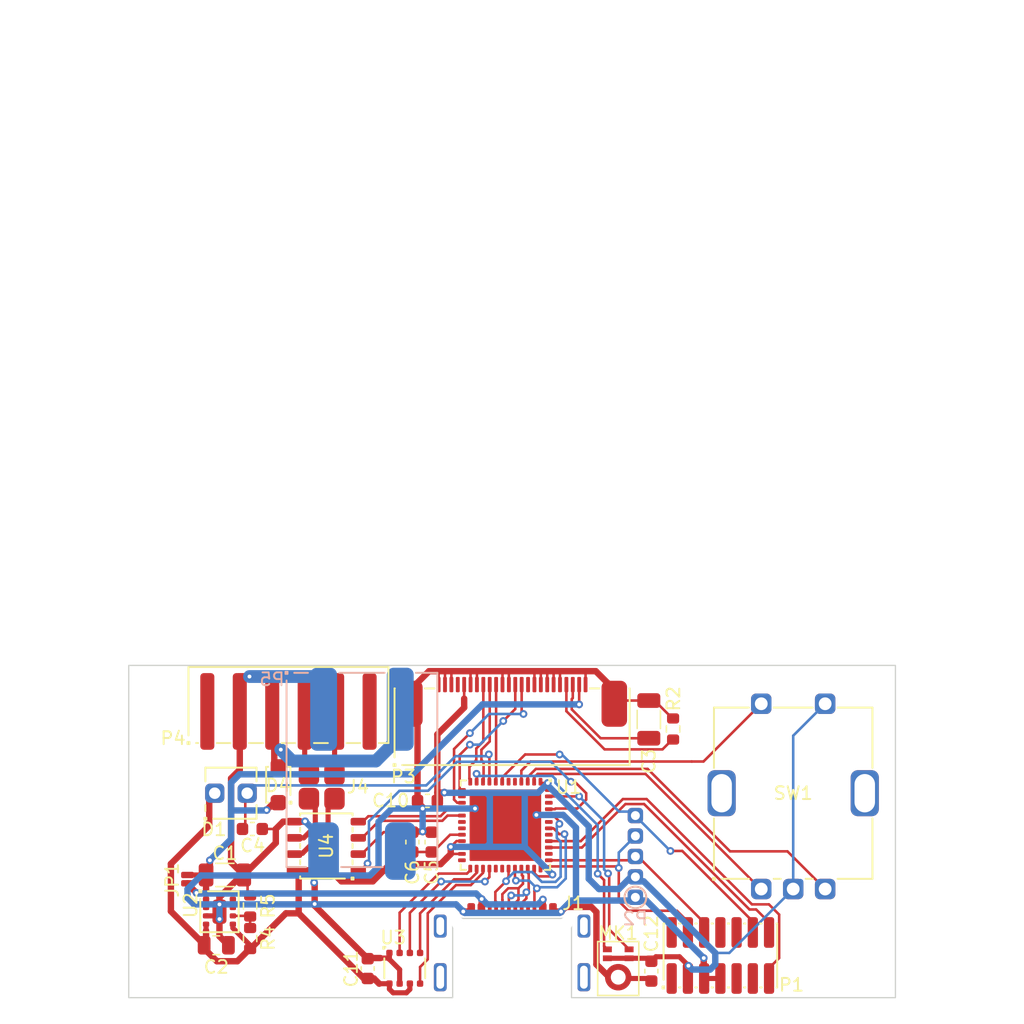
<source format=kicad_pcb>
(kicad_pcb (version 20221018) (generator pcbnew)
  (layers (0 "F.Cu" signal) (31 "B.Cu" signal) (34 "B.Paste" user) (35 "F.Paste" user) (36 "B.SilkS" user "B.Silkscreen") (37 "F.SilkS" user "F.Silkscreen") (38 "B.Mask" user) (39 "F.Mask" user) (44 "Edge.Cuts" user))
  (net 0 "")
  (net 1 "GND")
  (net 2 "+3V3")
  (net 3 "Net-(D4-A)")
  (net 4 "ENC_A")
  (net 5 "ENC_B")
  (net 6 "SW")
  (net 7 "USB_CC1")
  (net 8 "USB_CC2")
  (net 9 "nRST")
  (net 12 "VCP_TX")
  (net 13 "BS")
  (net 15 "RS485_DE")
  (net 16 "Net-(U1-VREF+)")
  (net 17 "DISP_nCS")
  (net 20 "DISP_nRST")
  (net 21 "DISP_D{slash}nC")
  (net 22 "VCP_RX")
  (net 24 "DISP_SCK")
  (net 26 "DISP_MOSI")
  (net 27 "VBUS")
  (net 28 "RS485_RX")
  (net 29 "Net-(J4-Pin_a1)")
  (net 30 "Net-(J4-Pin_a2)")
  (net 31 "Net-(P3-VCOMH)")
  (net 34 "SWDIO")
  (net 35 "Net-(P3-IREF)")
  (net 36 "SWCLK")
  (net 38 "USB_DM")
  (net 39 "USB_DP")
  (net 43 "RS485_TX")
  (net 48 "unconnected-(P1-Pin_2-Pad2)")
  (net 52 "BME_nCS")
  (net 53 "BME_SCK")
  (net 54 "BME_MISO")
  (net 55 "BME_MOSI")
  (net 56 "MIC_DATA")
  (net 57 "MIC_CLOCK")
  (net 60 "RS485_A")
  (net 61 "RS485_B")
  (net 62 "+15V")
  (net 63 "Net-(U2-FB)")
  (footprint "Capacitor_SMD:C_0603_1608Metric" (layer "F.Cu") (at 88.7 135.725 90)
    (fp_text reference "C11")
    (fp_text value "100n")
  )
  (footprint "local:PhotoDiode" (layer "F.Cu") (at 78 122)
    (fp_text reference "D1")
    (fp_text value "D_Photo")
  )
  (footprint "Resistor_SMD:R_0603_1608Metric" (layer "F.Cu") (at 79.5 130.825 90)
    (fp_text reference "R5")
    (fp_text value "10k")
  )
  (footprint "local:SO-8" (layer "F.Cu") (at 85.465 126.13 90)
    (fp_text reference "U4")
    (fp_text value "SP3485CN")
  )
  (footprint "local:BME680" (layer "F.Cu") (at 91.6 135.7 180)
    (fp_text reference "U3")
    (fp_text value "BME680")
  )
  (footprint "Capacitor_SMD:C_0603_1608Metric" (layer "F.Cu") (at 93.7 125.825 90)
    (fp_text reference "C5")
    (fp_text value "100n")
  )
  (footprint "Capacitor_SMD:C_0603_1608Metric" (layer "F.Cu") (at 93.375 122.6 180)
    (fp_text reference "C10")
    (fp_text value "100n")
  )
  (footprint "local:TPS82130" (layer "F.Cu") (at 77.1 131.275 -90)
    (fp_text reference "U2")
    (fp_text value "TPS82130")
  )
  (footprint "Capacitor_SMD:C_0603_1608Metric" (layer "F.Cu") (at 92.2 125.825 90)
    (fp_text reference "C6")
    (fp_text value "1u")
  )
  (footprint "Resistor_SMD:R_0603_1608Metric" (layer "F.Cu") (at 79.5 133.375 90)
    (fp_text reference "R4")
    (fp_text value "33k")
  )
  (footprint "Capacitor_SMD:C_1206_3216Metric" (layer "F.Cu") (at 77.525 128.4)
    (fp_text reference "C1")
    (fp_text value "10u/16V")
  )
  (footprint "local:PMEG6010ELR" (layer "F.Cu") (at 81.7025 121.34 90)
    (fp_text reference "D4")
    (fp_text value "PMEG6010ELR")
  )
  (footprint "local:FTSH-107-01-L-DV-K" (layer "F.Cu") (at 116.3 134.7)
    (fp_text reference "P1")
    (fp_text value "ST-Link")
  )
  (footprint "Capacitor_SMD:C_1206_3216Metric" (layer "F.Cu") (at 110.7 116.225 90)
    (fp_text reference "C3")
    (fp_text value "10u/16V")
  )
  (footprint "local:Connector-Flat-24_P0.5mm" (layer "F.Cu") (at 100 115)
    (fp_text reference "P3")
    (fp_text value "UG-2864ASWPG01")
  )
  (footprint "Capacitor_SMD:C_0805_2012Metric" (layer "F.Cu") (at 76.85 133.9)
    (fp_text reference "C2")
    (fp_text value "22u/6V3")
  )
  (footprint "local:PEC12R-4217F-S0024" (layer "F.Cu") (at 122 122)
    (fp_text reference "SW1")
    (fp_text value "RotaryEncoder_Switch")
  )
  (footprint "local:Harting14110413002000" (layer "F.Cu") (at 82.5 115.6)
    (fp_text reference "P4")
    (fp_text value "har-flexicon 2,54 MSH-4")
  )
  (footprint "local:STM32G431CBU" (layer "F.Cu") (at 99.475 124.5 180)
    (fp_text reference "U1")
    (fp_text value "STM32G431CBUx")
  )
  (footprint "Capacitor_SMD:C_0603_1608Metric" (layer "F.Cu") (at 79.675 124.8)
    (fp_text reference "C4")
    (fp_text value "100n")
  )
  (footprint "Resistor_SMD:R_0603_1608Metric" (layer "F.Cu") (at 112.6 116.975 90)
    (fp_text reference "R2")
    (fp_text value "900k")
  )
  (footprint "local:Jumper" (layer "F.Cu") (at 74.6 128.725 90)
    (fp_text reference "JP1")
    (fp_text value "Jumper_2_Open")
  )
  (footprint "Sensor_Audio:Infineon_PG-LLGA-5-1" (layer "F.Cu") (at 108.307 135.72 -90)
    (fp_text reference "MK1")
    (fp_text value "IM69D120")
  )
  (footprint "Capacitor_SMD:C_0603_1608Metric" (layer "F.Cu") (at 110.9 135.925 -90)
    (fp_text reference "C12")
    (fp_text value "100n")
  )
  (footprint "MountingHole:MountingHole_2.2mm_M2" (layer "F.Cu") (at 72 122)
    (fp_text reference "REF**" hide)
    (fp_text value "MountingHole_2.2mm_M2")
  )
  (footprint "local:Termination" (layer "F.Cu") (at 85.1 121.48)
    (fp_text reference "J4")
    (fp_text value "Term")
  )
  (footprint "local:USB4510-03-1-A" (layer "F.Cu") (at 100 138)
    (fp_text reference "J1")
    (fp_text value "USB_C_Receptacle_USB2.0")
  )
  (footprint "local:WAGO2061-602" (layer "B.Cu") (at 88.25 120.18)
    (fp_text reference "P5")
    (fp_text value "WAGO2061-602")
  )
  (footprint "local:ProgPads" (layer "B.Cu") (at 109.65 126.95 90)
    (fp_text reference "P2")
    (fp_text value "ST-Link")
  )
  (gr_circle (center 109.65 130.16) (end 108.8 130.16) (stroke (width 0.15)) (fill none) (layer "B.SilkS"))
  (gr_circle (center 109.65 130.16) (end 110.5 130.16) (stroke (width 0.15)) (fill none) (layer "F.SilkS"))
  (gr_poly (pts (xy 70 138) (xy 95.35 138) (xy 95.35 132.2) (xy 95.8 131.8) (xy 104.2 131.8) (xy 104.65 132.2) (xy 104.65 138) (xy 130 138) (xy 130 112) (xy 70 112)) (stroke (width 0.1)) (fill none) (layer "Edge.Cuts"))
  (segment (start 92.25 125) (end 92.2 125.05) (width 0.5) (layer "F.Cu") (net 1))
  (segment (start 93 125) (end 92.25 125) (width 0.5) (layer "F.Cu") (net 1))
  (segment (start 101.75 112.45) (end 99.75 112.45) (width 0.5) (layer "F.Cu") (net 1))
  (segment (start 89.7 134.9) (end 88.75 134.9) (width 0.5) (layer "F.Cu") (net 1))
  (segment (start 94.25 112.45) (end 93.5 112.45) (width 0.5) (layer "F.Cu") (net 1))
  (segment (start 102.25 113.5) (end 102.25 112.45) (width 0.2) (layer "F.Cu") (net 1))
  (segment (start 103.84 131.26) (end 104.2 130.9) (width 0.5) (layer "F.Cu") (net 1))
  (segment (start 101.75 113.5) (end 101.75 112.45) (width 0.2) (layer "F.Cu") (net 1))
  (segment (start 89.95 125.05) (end 92.2 125.05) (width 0.2) (layer "F.Cu") (net 1))
  (segment (start 116.1 136.4) (end 116.1 135.4) (width 0.2) (layer "F.Cu") (net 1))
  (segment (start 87.965 126.765) (end 88.235 126.765) (width 0.2) (layer "F.Cu") (net 1))
  (segment (start 95.25 113.5) (end 95.25 112.45) (width 0.2) (layer "F.Cu") (net 1))
  (segment (start 78.69 120.16) (end 78.01 120.84) (width 0.5) (layer "F.Cu") (net 1))
  (segment (start 77.1 130.7) (end 77.1 131.275) (width 0.5) (layer "F.Cu") (net 1))
  (segment (start 93 123.2) (end 93 123.1) (width 0.5) (layer "F.Cu") (net 1))
  (segment (start 99.75 113.5) (end 99.75 112.45) (width 0.2) (layer "F.Cu") (net 1))
  (segment (start 110.7 114.75) (end 111.15 114.75) (width 0.2) (layer "F.Cu") (net 1))
  (segment (start 104.2 130.9) (end 106.2 130.9) (width 0.5) (layer "F.Cu") (net 1))
  (segment (start 109.117 136.4) (end 109.217 136.5) (width 0.4) (layer "F.Cu") (net 1))
  (segment (start 81.51 124.8) (end 82.085 124.225) (width 0.5) (layer "F.Cu") (net 1))
  (segment (start 99.25 113.5) (end 99.25 112.45) (width 0.2) (layer "F.Cu") (net 1))
  (segment (start 78.85 128.4) (end 77.1 130.15) (width 0.5) (layer "F.Cu") (net 1))
  (segment (start 115 136.47) (end 115.03 136.5) (width 0.5) (layer "F.Cu") (net 1))
  (segment (start 106.6 131.3) (end 106.6 135.4) (width 0.5) (layer "F.Cu") (net 1))
  (segment (start 106.2 130.9) (end 106.6 131.3) (width 0.5) (layer "F.Cu") (net 1))
  (segment (start 111.15 114.75) (end 112.55 116.15) (width 0.2) (layer "F.Cu") (net 1))
  (segment (start 77.1 130.15) (end 77.1 130.7) (width 0.5) (layer "F.Cu") (net 1))
  (segment (start 115 134.9) (end 115 136.47) (width 0.5) (layer "F.Cu") (net 1))
  (segment (start 105.75 112.45) (end 103.75 112.45) (width 0.5) (layer "F.Cu") (net 1))
  (segment (start 78.01 127.41) (end 79 128.4) (width 0.5) (layer "F.Cu") (net 1))
  (segment (start 107.45 113.35) (end 106.55 112.45) (width 0.5) (layer "F.Cu") (net 1))
  (segment (start 80.45 124.8) (end 81.51 124.8) (width 0.2) (layer "F.Cu") (net 1))
  (segment (start 110.7 114.75) (end 108.35 114.75) (width 0.2) (layer "F.Cu") (net 1))
  (segment (start 93 123.1) (end 92.6 122.7) (width 0.5) (layer "F.Cu") (net 1))
  (segment (start 93.5 112.45) (end 92.5 113.45) (width 0.5) (layer "F.Cu") (net 1))
  (segment (start 99.75 112.45) (end 99.25 112.45) (width 0.5) (layer "F.Cu") (net 1))
  (segment (start 76.775 131.6) (end 77.1 131.275) (width 0.4) (layer "F.Cu") (net 1))
  (segment (start 79 128.4) (end 79.3 128.7) (width 0.2) (layer "F.Cu") (net 1))
  (segment (start 96.18 131.26) (end 96.64 131.26) (width 0.5) (layer "F.Cu") (net 1))
  (segment (start 77.1 131.275) (end 77.1 131.95) (width 0.5) (layer "F.Cu") (net 1))
  (segment (start 79.45 112.87) (end 78.58 112.87) (width 0.5) (layer "F.Cu") (net 1))
  (segment (start 77.1 131.95) (end 77.1 133.2) (width 0.5) (layer "F.Cu") (net 1))
  (segment (start 77.1 133.2) (end 77.8 133.9) (width 0.5) (layer "F.Cu") (net 1))
  (segment (start 99.25 112.45) (end 97.25 112.45) (width 0.5) (layer "F.Cu") (net 1))
  (segment (start 103.25 112.45) (end 102.75 112.45) (width 0.5) (layer "F.Cu") (net 1))
  (segment (start 102.75 113.5) (end 102.75 112.45) (width 0.2) (layer "F.Cu") (net 1))
  (segment (start 116.3 136.6) (end 116.1 136.4) (width 0.2) (layer "F.Cu") (net 1))
  (segment (start 81.51 125.89) (end 81.51 124.8) (width 0.5) (layer "F.Cu") (net 1))
  (segment (start 94.75 113.5) (end 94.75 112.45) (width 0.2) (layer "F.Cu") (net 1))
  (segment (start 84.55 129.04) (end 84.55 130.67) (width 0.5) (layer "F.Cu") (net 1))
  (segment (start 97.25 112.45) (end 96.75 112.45) (width 0.5) (layer "F.Cu") (net 1))
  (segment (start 79.3 128.7) (end 79.3 129.8) (width 0.2) (layer "F.Cu") (net 1))
  (segment (start 108.35 114.75) (end 108 115.1) (width 0.2) (layer "F.Cu") (net 1))
  (segment (start 82.085 124.225) (end 82.965 124.225) (width 0.5) (layer "F.Cu") (net 1))
  (segment (start 83.775 124.225) (end 83.8 124.2) (width 0.5) (layer "F.Cu") (net 1))
  (segment (start 103.83 131.26) (end 103.36 131.26) (width 0.5) (layer "F.Cu") (net 1))
  (segment (start 93 125) (end 93.65 125) (width 0.5) (layer "F.Cu") (net 1))
  (segment (start 96.75 112.45) (end 95.25 112.45) (width 0.5) (layer "F.Cu") (net 1))
  (segment (start 112.55 116.15) (end 112.6 116.15) (width 0.2) (layer "F.Cu") (net 1))
  (segment (start 93.65 125) (end 93.7 125.05) (width 0.5) (layer "F.Cu") (net 1))
  (segment (start 103.75 112.45) (end 103.25 112.45) (width 0.5) (layer "F.Cu") (net 1))
  (segment (start 88.235 126.765) (end 89.95 125.05) (width 0.2) (layer "F.Cu") (net 1))
  (segment (start 103.25 113.5) (end 103.25 112.45) (width 0.2) (layer "F.Cu") (net 1))
  (segment (start 94.75 112.45) (end 94.25 112.45) (width 0.5) (layer "F.Cu") (net 1))
  (segment (start 81.51 125.89) (end 79 128.4) (width 0.5) (layer "F.Cu") (net 1))
  (segment (start 106.6 135.4) (end 107.4 136.2) (width 0.5) (layer "F.Cu") (net 1))
  (segment (start 90.4 134.5) (end 90.4 135) (width 0.4) (layer "F.Cu") (net 1))
  (segment (start 78.01 120.84) (end 78.01 127.41) (width 0.5) (layer "F.Cu") (net 1))
  (segment (start 84.55 130.8) (end 88.7 134.95) (width 0.5) (layer "F.Cu") (net 1))
  (segment (start 92.6 115.7) (end 92 115.1) (width 0.5) (layer "F.Cu") (net 1))
  (segment (start 94.25 113.5) (end 94.25 112.45) (width 0.2) (layer "F.Cu") (net 1))
  (segment (start 78.69 115.6) (end 78.69 120.16) (width 0.5) (layer "F.Cu") (net 1))
  (segment (start 79.3 129.8) (end 79.5 130) (width 0.2) (layer "F.Cu") (net 1))
  (segment (start 109.217 136.5) (end 110.7 136.5) (width 0.4) (layer "F.Cu") (net 1))
  (segment (start 90.4 135) (end 90.3 134.9) (width 0.4) (layer "F.Cu") (net 1))
  (segment (start 110.7 136.5) (end 110.9 136.7) (width 0.4) (layer "F.Cu") (net 1))
  (segment (start 102.75 112.45) (end 102.25 112.45) (width 0.5) (layer "F.Cu") (net 1))
  (segment (start 76.05 131.6) (end 76.775 131.6) (width 0.4) (layer "F.Cu") (net 1))
  (segment (start 84.51 129) (end 84.55 129.04) (width 0.5) (layer "F.Cu") (net 1))
  (segment (start 95.25 112.45) (end 94.75 112.45) (width 0.5) (layer "F.Cu") (net 1))
  (segment (start 90.4 135) (end 91.2 135.8) (width 0.4) (layer "F.Cu") (net 1))
  (segment (start 84.55 130.67) (end 84.55 130.8) (width 0.5) (layer "F.Cu") (net 1))
  (segment (start 82.965 124.225) (end 83.775 124.225) (width 0.5) (layer "F.Cu") (net 1))
  (segment (start 103.75 113.5) (end 103.75 112.45) (width 0.2) (layer "F.Cu") (net 1))
  (segment (start 102.25 112.45) (end 101.75 112.45) (width 0.5) (layer "F.Cu") (net 1))
  (segment (start 115.03 136.5) (end 116.3 136.5) (width 0.4) (layer "F.Cu") (net 1))
  (segment (start 103.36 131.26) (end 103.2 131.1) (width 0.5) (layer "F.Cu") (net 1))
  (segment (start 96.64 131.26) (end 96.8 131.1) (width 0.5) (layer "F.Cu") (net 1))
  (segment (start 88.75 134.9) (end 88.7 134.95) (width 0.5) (layer "F.Cu") (net 1))
  (segment (start 90.3 134.9) (end 89.7 134.9) (width 0.4) (layer "F.Cu") (net 1))
  (segment (start 92.5 113.45) (end 92.5 114.6) (width 0.5) (layer "F.Cu") (net 1))
  (segment (start 106.55 112.45) (end 105.75 112.45) (width 0.5) (layer "F.Cu") (net 1))
  (segment (start 96.75 113.5) (end 96.75 112.45) (width 0.2) (layer "F.Cu") (net 1))
  (segment (start 92.6 122.7) (end 92.6 115.7) (width 0.5) (layer "F.Cu") (net 1))
  (segment (start 79 128.4) (end 78.85 128.4) (width 0.5) (layer "F.Cu") (net 1))
  (segment (start 107.45 114.6) (end 107.45 113.35) (width 0.5) (layer "F.Cu") (net 1))
  (segment (start 105.75 113.5) (end 105.75 112.45) (width 0.2) (layer "F.Cu") (net 1))
  (segment (start 91.2 135.8) (end 91.2 136.9) (width 0.4) (layer "F.Cu") (net 1))
  (segment (start 103.83 131.26) (end 103.84 131.26) (width 0.5) (layer "F.Cu") (net 1))
  (segment (start 97.25 113.5) (end 97.25 112.45) (width 0.2) (layer "F.Cu") (net 1))
  (via (at 93 125) (size 0.6) (drill 0.3) (layers "F.Cu" "B.Cu") (net 1))
  (via (at 115 134.9) (size 0.6) (drill 0.3) (layers "F.Cu" "B.Cu") (net 1))
  (via (at 79.45 112.87) (size 0.6) (drill 0.3) (layers "F.Cu" "B.Cu") (net 1))
  (via (at 84.55 130.67) (size 0.6) (drill 0.3) (layers "F.Cu" "B.Cu") (net 1))
  (via (at 93 123.2) (size 0.6) (drill 0.3) (layers "F.Cu" "B.Cu") (net 1))
  (via (at 83.8 124.2) (size 0.6) (drill 0.3) (layers "F.Cu" "B.Cu") (net 1))
  (via (at 97.1 123.2) (size 0.6) (drill 0.3) (layers "F.Cu" "B.Cu") (net 1))
  (via (at 101.9 123.7) (size 0.6) (drill 0.3) (layers "F.Cu" "B.Cu") (net 1))
  (via (at 77.1 131.85) (size 0.6) (drill 0.3) (layers "F.Cu" "B.Cu") (net 1))
  (via (at 84.51 129) (size 0.6) (drill 0.3) (layers "F.Cu" "B.Cu") (net 1))
  (via (at 96.18 131.26) (size 0.6) (drill 0.3) (layers "F.Cu" "B.Cu") (net 1))
  (via (at 103.83 131.26) (size 0.6) (drill 0.3) (layers "F.Cu" "B.Cu") (net 1))
  (via (at 77.1 130.7) (size 0.6) (drill 0.3) (layers "F.Cu" "B.Cu") (net 1))
  (segment (start 83.8 124.2) (end 84.51 124.91) (width 0.5) (layer "B.Cu") (net 1))
  (segment (start 105 130.4) (end 105 124.7) (width 0.5) (layer "B.Cu") (net 1))
  (segment (start 79.45 112.87) (end 85.37 112.87) (width 1) (layer "B.Cu") (net 1))
  (segment (start 95.62 130.7) (end 96.18 131.26) (width 0.5) (layer "B.Cu") (net 1))
  (segment (start 104.65 130.4) (end 105 130.4) (width 0.5) (layer "B.Cu") (net 1))
  (segment (start 75.1 130.7) (end 77.1 130.7) (width 0.5) (layer "B.Cu") (net 1))
  (segment (start 77.1 130.7) (end 77.1 131.85) (width 0.5) (layer "B.Cu") (net 1))
  (segment (start 93 123.2) (end 93 125) (width 0.5) (layer "B.Cu") (net 1))
  (segment (start 93 123.2) (end 90.59 123.2) (width 0.5) (layer "B.Cu") (net 1))
  (segment (start 115 134.9) (end 110.5 130.4) (width 0.5) (layer "B.Cu") (net 1))
  (segment (start 74.6 129.5) (end 74.6 130.2) (width 0.5) (layer "B.Cu") (net 1))
  (segment (start 90.59 123.2) (end 89.55 124.24) (width 0.5) (layer "B.Cu") (net 1))
  (segment (start 109.9 130.4) (end 109.65 130.15) (width 0.5) (layer "B.Cu") (net 1))
  (segment (start 103.72 131.37) (end 96.29 131.37) (width 0.5) (layer "B.Cu") (net 1))
  (segment (start 74.6 130.2) (end 75.1 130.7) (width 0.5) (layer "B.Cu") (net 1))
  (segment (start 105 130.4) (end 109.3 130.4) (width 0.5) (layer "B.Cu") (net 1))
  (segment (start 97.1 123.2) (end 93 123.2) (width 0.5) (layer "B.Cu") (net 1))
  (segment (start 105 124.7) (end 104 123.7) (width 0.5) (layer "B.Cu") (net 1))
  (segment (start 75.66 128.44) (end 74.6 129.5) (width 0.5) (layer "B.Cu") (net 1))
  (segment (start 89.55 127.75) (end 88.86 128.44) (width 0.5) (layer "B.Cu") (net 1))
  (segment (start 77.1 130.7) (end 95.62 130.7) (width 0.5) (layer "B.Cu") (net 1))
  (segment (start 110.5 130.4) (end 109.9 130.4) (width 0.5) (layer "B.Cu") (net 1))
  (segment (start 84.51 124.91) (end 84.51 129) (width 0.5) (layer "B.Cu") (net 1))
  (segment (start 89.55 124.24) (end 89.55 127.75) (width 0.5) (layer "B.Cu") (net 1))
  (segment (start 96.29 131.37) (end 96.18 131.26) (width 0.5) (layer "B.Cu") (net 1))
  (segment (start 104 123.7) (end 101.9 123.7) (width 0.5) (layer "B.Cu") (net 1))
  (segment (start 103.83 131.22) (end 104.65 130.4) (width 0.5) (layer "B.Cu") (net 1))
  (segment (start 88.86 128.44) (end 75.66 128.44) (width 0.5) (layer "B.Cu") (net 1))
  (segment (start 103.83 131.26) (end 103.72 131.37) (width 0.5) (layer "B.Cu") (net 1))
  (segment (start 103.83 131.26) (end 103.83 131.22) (width 0.5) (layer "B.Cu") (net 1))
  (segment (start 113.76 135.46) (end 113.76 136.5) (width 0.4) (layer "F.Cu") (net 2))
  (segment (start 102 128.51) (end 101.75 128.26) (width 0.2) (layer "F.Cu") (net 2))
  (segment (start 79.5 133.9) (end 79.5 134.2) (width 0.4) (layer "F.Cu") (net 2))
  (segment (start 78.15 132.25) (end 78.15 132.55) (width 0.4) (layer "F.Cu") (net 2))
  (segment (start 107.457 134.92) (end 109.157 134.92) (width 0.4) (layer "F.Cu") (net 2))
  (segment (start 76.05 132.75) (end 76.05 133.75) (width 0.5) (layer "F.Cu") (net 2))
  (segment (start 75.9 133.9) (end 75.9 134.15) (width 0.4) (layer "F.Cu") (net 2))
  (segment (start 73.3 127.53) (end 76.3 124.53) (width 0.5) (layer "F.Cu") (net 2))
  (segment (start 78.15 132.55) (end 79.5 133.9) (width 0.4) (layer "F.Cu") (net 2))
  (segment (start 76.3 122.43) (end 76.73 122) (width 0.5) (layer "F.Cu") (net 2))
  (segment (start 89.19 136.5) (end 89.6 136.91) (width 0.5) (layer "F.Cu") (net 2))
  (segment (start 95.2 126.2) (end 95.65 125.75) (width 0.2) (layer "F.Cu") (net 2))
  (segment (start 79.45 134.2) (end 79.5 134.2) (width 0.4) (layer "F.Cu") (net 2))
  (segment (start 110.9 135.15) (end 111.25 134.8) (width 0.4) (layer "F.Cu") (net 2))
  (segment (start 76.9 135.15) (end 78.5 135.15) (width 0.5) (layer "F.Cu") (net 2))
  (segment (start 83.665 128.035) (end 85.785 128.035) (width 0.5) (layer "F.Cu") (net 2))
  (segment (start 96.25 114.6) (end 96.25 115.3) (width 0.5) (layer "F.Cu") (net 2))
  (segment (start 95.21 126.75) (end 96.1 126.75) (width 0.2) (layer "F.Cu") (net 2))
  (segment (start 82.965 128.035) (end 83.665 128.035) (width 0.5) (layer "F.Cu") (net 2))
  (segment (start 90.4 137.33) (end 90.4 136.9) (width 0.4) (layer "F.Cu") (net 2))
  (segment (start 79.5 134.2) (end 82.3 131.4) (width 0.5) (layer "F.Cu") (net 2))
  (segment (start 102.8 121.7) (end 102.85 121.75) (width 0.2) (layer "F.Cu") (net 2))
  (segment (start 102.85 121.71) (end 102.85 121.75) (width 0.2) (layer "F.Cu") (net 2))
  (segment (start 90.69 137.62) (end 90.4 137.33) (width 0.4) (layer "F.Cu") (net 2))
  (segment (start 113.1 134.8) (end 113.76 135.46) (width 0.4) (layer "F.Cu") (net 2))
  (segment (start 102.8 121.2) (end 102.3 121.2) (width 0.2) (layer "F.Cu") (net 2))
  (segment (start 102.8 121.2) (end 102.8 121.7) (width 0.2) (layer "F.Cu") (net 2))
  (segment (start 103.16 128.37) (end 103.02 128.51) (width 0.2) (layer "F.Cu") (net 2))
  (segment (start 75.9 134.15) (end 76.9 135.15) (width 0.5) (layer "F.Cu") (net 2))
  (segment (start 89.1 128.9) (end 90.45 127.55) (width 0.5) (layer "F.Cu") (net 2))
  (segment (start 94.15 121.95) (end 94.15 122.7) (width 0.5) (layer "F.Cu") (net 2))
  (segment (start 85.785 128.035) (end 86.65 128.9) (width 0.5) (layer "F.Cu") (net 2))
  (segment (start 94.88 127.08) (end 95.21 126.75) (width 0.2) (layer "F.Cu") (net 2))
  (segment (start 82.3 131.4) (end 83.3 131.4) (width 0.5) (layer "F.Cu") (net 2))
  (segment (start 83.3 131.4) (end 88.4 136.5) (width 0.5) (layer "F.Cu") (net 2))
  (segment (start 94.7 121.95) (end 94.15 121.95) (width 0.5) (layer "F.Cu") (net 2))
  (segment (start 76 133.51) (end 75.57 133.51) (width 0.5) (layer "F.Cu") (net 2))
  (segment (start 111.25 134.8) (end 113.1 134.8) (width 0.4) (layer "F.Cu") (net 2))
  (segment (start 94.15 117.4) (end 94.15 121.95) (width 0.5) (layer "F.Cu") (net 2))
  (segment (start 94.41 127.55) (end 90.45 127.55) (width 0.5) (layer "F.Cu") (net 2))
  (segment (start 92 137.35) (end 91.73 137.62) (width 0.4) (layer "F.Cu") (net 2))
  (segment (start 94.88 127.08) (end 94.41 127.55) (width 0.5) (layer "F.Cu") (net 2))
  (segment (start 111.1 135.1) (end 110.92 134.92) (width 0.4) (layer "F.Cu") (net 2))
  (segment (start 103.02 128.51) (end 102 128.51) (width 0.2) (layer "F.Cu") (net 2))
  (segment (start 88.4 136.5) (end 89.19 136.5) (width 0.5) (layer "F.Cu") (net 2))
  (segment (start 76.3 124.53) (end 76.3 122.43) (width 0.5) (layer "F.Cu") (net 2))
  (segment (start 78.5 135.15) (end 79.45 134.2) (width 0.5) (layer "F.Cu") (net 2))
  (segment (start 96.25 113.5) (end 96.25 114.6) (width 0.2) (layer "F.Cu") (net 2))
  (segment (start 90.39 136.91) (end 90.4 136.9) (width 0.4) (layer "F.Cu") (net 2))
  (segment (start 102.3 121.2) (end 102.225 121.125) (width 0.2) (layer "F.Cu") (net 2))
  (segment (start 91.73 137.62) (end 90.69 137.62) (width 0.4) (layer "F.Cu") (net 2))
  (segment (start 89.6 136.91) (end 90.39 136.91) (width 0.4) (layer "F.Cu") (net 2))
  (segment (start 110.92 134.92) (end 109.157 134.92) (width 0.4) (layer "F.Cu") (net 2))
  (segment (start 75.57 133.51) (end 73.3 131.24) (width 0.5) (layer "F.Cu") (net 2))
  (segment (start 101.75 128.26) (end 101.75 128.01) (width 0.2) (layer "F.Cu") (net 2))
  (segment (start 76.05 133.75) (end 75.9 133.9) (width 0.5) (layer "F.Cu") (net 2))
  (segment (start 86.65 128.9) (end 89.1 128.9) (width 0.5) (layer "F.Cu") (net 2))
  (segment (start 92 136.9) (end 92 137.35) (width 0.4) (layer "F.Cu") (net 2))
  (segment (start 94.88 127.08) (end 95.2 126.76) (width 0.5) (layer "F.Cu") (net 2))
  (segment (start 95.65 125.75) (end 96.1 125.75) (width 0.2) (layer "F.Cu") (net 2))
  (segment (start 83.3 128.37) (end 83.3 131.4) (width 0.5) (layer "F.Cu") (net 2))
  (segment (start 76.05 132.25) (end 76.05 132.75) (width 0.4) (layer "F.Cu") (net 2))
  (segment (start 95.2 126.76) (end 95.2 126.2) (width 0.5) (layer "F.Cu") (net 2))
  (segment (start 73.3 131.24) (end 73.3 127.53) (width 0.5) (layer "F.Cu") (net 2))
  (segment (start 96.25 115.3) (end 94.15 117.4) (width 0.5) (layer "F.Cu") (net 2))
  (via (at 113.8 135.5) (size 0.6) (drill 0.3) (layers "F.Cu" "B.Cu") (net 2))
  (via (at 94.7 121.95) (size 0.6) (drill 0.3) (layers "F.Cu" "B.Cu") (net 2))
  (via (at 102.8 121.2) (size 0.6) (drill 0.3) (layers "F.Cu" "B.Cu") (net 2))
  (via (at 103.16 128.37) (size 0.6) (drill 0.3) (layers "F.Cu" "B.Cu") (net 2))
  (via (at 95.2 126.2) (size 0.6) (drill 0.3) (layers "F.Cu" "B.Cu") (net 2))
  (segment (start 94.72 121.97) (end 94.7 121.95) (width 0.5) (layer "B.Cu") (net 2))
  (segment (start 110 128.9) (end 109.65 128.55) (width 0.5) (layer "B.Cu") (net 2))
  (segment (start 106 128.7) (end 106 124.6) (width 0.5) (layer "B.Cu") (net 2))
  (segment (start 122 117.5) (end 124.5 115) (width 0.2) (layer "B.Cu") (net 2))
  (segment (start 113.8 135.5) (end 114.1 135.8) (width 0.5) (layer "B.Cu") (net 2))
  (segment (start 100.99 126.2) (end 100.99 121.98) (width 0.5) (layer "B.Cu") (net 2))
  (segment (start 115.9 135.4) (end 115.9 134.5) (width 0.5) (layer "B.Cu") (net 2))
  (segment (start 115.5 135.8) (end 115.9 135.4) (width 0.5) (layer "B.Cu") (net 2))
  (segment (start 109.65 128.2) (end 108.35 129.5) (width 0.5) (layer "B.Cu") (net 2))
  (segment (start 102.8 121.2) (end 102.03 121.97) (width 0.5) (layer "B.Cu") (net 2))
  (segment (start 98 121.97) (end 98.26 122.23) (width 0.5) (layer "B.Cu") (net 2))
  (segment (start 98.26 122.23) (end 98.26 125.94) (width 0.5) (layer "B.Cu") (net 2))
  (segment (start 95.2 126.2) (end 98 126.2) (width 0.5) (layer "B.Cu") (net 2))
  (segment (start 114.1 135.8) (end 115.5 135.8) (width 0.5) (layer "B.Cu") (net 2))
  (segment (start 108.35 129.5) (end 106.8 129.5) (width 0.5) (layer "B.Cu") (net 2))
  (segment (start 98.26 125.94) (end 98 126.2) (width 0.5) (layer "B.Cu") (net 2))
  (segment (start 101 121.97) (end 98 121.97) (width 0.5) (layer "B.Cu") (net 2))
  (segment (start 98 121.97) (end 94.72 121.97) (width 0.5) (layer "B.Cu") (net 2))
  (segment (start 100.99 126.2) (end 103.16 128.37) (width 0.5) (layer "B.Cu") (net 2))
  (segment (start 122 129.5) (end 122.55 128.95) (width 0.5) (layer "B.Cu") (net 2))
  (segment (start 102.8 121.4) (end 102.8 121.2) (width 0.5) (layer "B.Cu") (net 2))
  (segment (start 117 134.5) (end 115.9 134.5) (width 0.2) (layer "B.Cu") (net 2))
  (segment (start 106.8 129.5) (end 106 128.7) (width 0.5) (layer "B.Cu") (net 2))
  (segment (start 106 124.6) (end 102.8 121.4) (width 0.5) (layer "B.Cu") (net 2))
  (segment (start 110.3 128.9) (end 110 128.9) (width 0.5) (layer "B.Cu") (net 2))
  (segment (start 115.9 134.5) (end 110.3 128.9) (width 0.5) (layer "B.Cu") (net 2))
  (segment (start 122 129.5) (end 122 117.5) (width 0.2) (layer "B.Cu") (net 2))
  (segment (start 100.99 121.98) (end 101 121.97) (width 0.5) (layer "B.Cu") (net 2))
  (segment (start 122 129.5) (end 117 134.5) (width 0.2) (layer "B.Cu") (net 2))
  (segment (start 102.03 121.97) (end 101 121.97) (width 0.5) (layer "B.Cu") (net 2))
  (segment (start 98 126.2) (end 100.99 126.2) (width 0.5) (layer "B.Cu") (net 2))
  (segment (start 81.7025 119.94) (end 81.39 119.6275) (width 0.5) (layer "F.Cu") (net 3))
  (segment (start 81.71 118.4) (end 81.39 118.4) (width 0.5) (layer "F.Cu") (net 3))
  (segment (start 81.9 118.59) (end 81.71 118.4) (width 0.5) (layer "F.Cu") (net 3))
  (segment (start 81.39 119.6275) (end 81.39 115.63) (width 0.5) (layer "F.Cu") (net 3))
  (via (at 81.9 118.59) (size 0.6) (drill 0.3) (layers "F.Cu" "B.Cu") (net 3))
  (segment (start 81.9 118.59) (end 82.79 119.48) (width 1) (layer "B.Cu") (net 3))
  (segment (start 89.34 119.48) (end 91.26 117.56) (width 1) (layer "B.Cu") (net 3))
  (segment (start 91.26 117.56) (end 91.26 115.39) (width 0.5) (layer "B.Cu") (net 3))
  (segment (start 82.79 119.48) (end 89.34 119.48) (width 1) (layer "B.Cu") (net 3))
  (segment (start 119.45 129.5) (end 110.44 120.49) (width 0.2) (layer "F.Cu") (net 4))
  (segment (start 102 120.49) (end 101.725 120.765) (width 0.2) (layer "F.Cu") (net 4))
  (segment (start 119.5 129.5) (end 119.45 129.5) (width 0.2) (layer "F.Cu") (net 4))
  (segment (start 110.44 120.49) (end 102 120.49) (width 0.2) (layer "F.Cu") (net 4))
  (segment (start 101.725 120.765) (end 101.725 121.125) (width 0.2) (layer "F.Cu") (net 4))
  (segment (start 110.61 120.1) (end 101.86 120.1) (width 0.2) (layer "F.Cu") (net 5))
  (segment (start 121.55 126.55) (end 117.06 126.55) (width 0.2) (layer "F.Cu") (net 5))
  (segment (start 124.5 129.5) (end 121.55 126.55) (width 0.2) (layer "F.Cu") (net 5))
  (segment (start 101.86 120.1) (end 101.225 120.735) (width 0.2) (layer "F.Cu") (net 5))
  (segment (start 101.225 120.735) (end 101.225 121.125) (width 0.2) (layer "F.Cu") (net 5))
  (segment (start 117.06 126.55) (end 110.61 120.1) (width 0.2) (layer "F.Cu") (net 5))
  (segment (start 100.86 120.1) (end 101.44 119.52) (width 0.2) (layer "F.Cu") (net 6))
  (segment (start 101.44 119.52) (end 114.06 119.52) (width 0.2) (layer "F.Cu") (net 6))
  (segment (start 100.725 121.125) (end 100.725 120.235) (width 0.2) (layer "F.Cu") (net 6))
  (segment (start 114.98 119.52) (end 119.5 115) (width 0.2) (layer "F.Cu") (net 6))
  (segment (start 114.06 119.52) (end 114.98 119.52) (width 0.2) (layer "F.Cu") (net 6))
  (segment (start 100.725 120.235) (end 100.86 120.1) (width 0.2) (layer "F.Cu") (net 6))
  (segment (start 103.24 123.75) (end 102.85 123.75) (width 0.2) (layer "F.Cu") (net 7))
  (segment (start 99.53 128.89) (end 98.69 129.73) (width 0.2) (layer "F.Cu") (net 7))
  (segment (start 98.69 130.44) (end 98.75 130.5) (width 0.2) (layer "F.Cu") (net 7))
  (segment (start 98.69 129.73) (end 98.69 130.44) (width 0.2) (layer "F.Cu") (net 7))
  (segment (start 99.53 128.75) (end 99.725 128.555) (width 0.2) (layer "F.Cu") (net 7))
  (segment (start 103.7 124.4) (end 103.7 124.21) (width 0.2) (layer "F.Cu") (net 7))
  (segment (start 99.725 128.555) (end 99.725 127.875) (width 0.2) (layer "F.Cu") (net 7))
  (segment (start 99.53 128.89) (end 99.53 128.75) (width 0.2) (layer "F.Cu") (net 7))
  (segment (start 98.75 130.5) (end 98.75 131.1) (width 0.2) (layer "F.Cu") (net 7))
  (segment (start 103.7 124.21) (end 103.24 123.75) (width 0.2) (layer "F.Cu") (net 7))
  (via (at 103.7 124.4) (size 0.6) (drill 0.3) (layers "F.Cu" "B.Cu") (net 7))
  (via (at 99.53 128.89) (size 0.6) (drill 0.3) (layers "F.Cu" "B.Cu") (net 7))
  (segment (start 99.53 128.89) (end 99.53 128.8) (width 0.2) (layer "B.Cu") (net 7))
  (segment (start 103.8 128.54) (end 103.8 125.8) (width 0.2) (layer "B.Cu") (net 7))
  (segment (start 103.4 128.94) (end 103.8 128.54) (width 0.2) (layer "B.Cu") (net 7))
  (segment (start 103.5 125.5) (end 103.5 124.6) (width 0.2) (layer "B.Cu") (net 7))
  (segment (start 103.8 125.8) (end 103.5 125.5) (width 0.2) (layer "B.Cu") (net 7))
  (segment (start 99.53 128.8) (end 100.16 128.17) (width 0.2) (layer "B.Cu") (net 7))
  (segment (start 102.33 128.94) (end 103.4 128.94) (width 0.2) (layer "B.Cu") (net 7))
  (segment (start 103.5 124.6) (end 103.7 124.4) (width 0.2) (layer "B.Cu") (net 7))
  (segment (start 101.56 128.17) (end 102.33 128.94) (width 0.2) (layer "B.Cu") (net 7))
  (segment (start 100.16 128.17) (end 101.56 128.17) (width 0.2) (layer "B.Cu") (net 7))
  (segment (start 101.75 129.64) (end 101.75 131.1) (width 0.2) (layer "F.Cu") (net 8))
  (segment (start 101.94 129.45) (end 101.75 129.64) (width 0.2) (layer "F.Cu") (net 8))
  (segment (start 100.225 128.765) (end 100.225 127.875) (width 0.2) (layer "F.Cu") (net 8))
  (segment (start 103.24 124.75) (end 102.85 124.75) (width 0.2) (layer "F.Cu") (net 8))
  (segment (start 104.1 125.2) (end 103.69 125.2) (width 0.2) (layer "F.Cu") (net 8))
  (segment (start 103.69 125.2) (end 103.24 124.75) (width 0.2) (layer "F.Cu") (net 8))
  (segment (start 100.3 128.84) (end 100.225 128.765) (width 0.2) (layer "F.Cu") (net 8))
  (via (at 100.3 128.84) (size 0.6) (drill 0.3) (layers "F.Cu" "B.Cu") (net 8))
  (via (at 104.1 125.2) (size 0.6) (drill 0.3) (layers "F.Cu" "B.Cu") (net 8))
  (via (at 101.94 129.45) (size 0.6) (drill 0.3) (layers "F.Cu" "B.Cu") (net 8))
  (segment (start 100.3 128.84) (end 101.33 128.84) (width 0.2) (layer "B.Cu") (net 8))
  (segment (start 101.33 128.84) (end 101.94 129.45) (width 0.2) (layer "B.Cu") (net 8))
  (segment (start 104.2 128.68) (end 103.52 129.36) (width 0.2) (layer "B.Cu") (net 8))
  (segment (start 104.1 125.2) (end 104.2 125.3) (width 0.2) (layer "B.Cu") (net 8))
  (segment (start 102.03 129.36) (end 101.94 129.45) (width 0.2) (layer "B.Cu") (net 8))
  (segment (start 103.52 129.36) (end 102.03 129.36) (width 0.2) (layer "B.Cu") (net 8))
  (segment (start 104.2 125.3) (end 104.2 128.68) (width 0.2) (layer "B.Cu") (net 8))
  (segment (start 112.39 126.52) (end 113.32 126.52) (width 0.2) (layer "F.Cu") (net 9))
  (segment (start 103.72 118.97) (end 101.02 118.97) (width 0.2) (layer "F.Cu") (net 9))
  (segment (start 113.32 126.52) (end 118.84 132.04) (width 0.2) (layer "F.Cu") (net 9))
  (segment (start 118.84 132.04) (end 118.84 132.9) (width 0.2) (layer "F.Cu") (net 9))
  (segment (start 101.02 118.97) (end 99.25 120.74) (width 0.2) (layer "F.Cu") (net 9))
  (segment (start 99.25 120.74) (end 99.25 121.26) (width 0.2) (layer "F.Cu") (net 9))
  (via (at 103.72 118.97) (size 0.6) (drill 0.3) (layers "F.Cu" "B.Cu") (net 9))
  (via (at 112.39 126.52) (size 0.6) (drill 0.3) (layers "F.Cu" "B.Cu") (net 9))
  (segment (start 112.39 126.52) (end 110.01 124.14) (width 0.2) (layer "B.Cu") (net 9))
  (segment (start 109.24 123.44) (end 108.37 123.44) (width 0.2) (layer "B.Cu") (net 9))
  (segment (start 109.94 124.14) (end 109.24 123.44) (width 0.2) (layer "B.Cu") (net 9))
  (segment (start 108.37 123.44) (end 103.9 118.97) (width 0.2) (layer "B.Cu") (net 9))
  (segment (start 110.01 124.14) (end 109.94 124.14) (width 0.2) (layer "B.Cu") (net 9))
  (segment (start 103.9 118.97) (end 103.72 118.97) (width 0.2) (layer "B.Cu") (net 9))
  (segment (start 120.11 132.11) (end 120.11 132.9) (width 0.2) (layer "F.Cu") (net 12))
  (segment (start 119.1 131.1) (end 120.11 132.11) (width 0.2) (layer "F.Cu") (net 12))
  (segment (start 108.87 122.85) (end 110.33 122.85) (width 0.2) (layer "F.Cu") (net 12))
  (segment (start 118.58 131.1) (end 119.1 131.1) (width 0.2) (layer "F.Cu") (net 12))
  (segment (start 110.33 122.85) (end 118.58 131.1) (width 0.2) (layer "F.Cu") (net 12))
  (segment (start 105.47 126.25) (end 108.87 122.85) (width 0.2) (layer "F.Cu") (net 12))
  (segment (start 102.85 126.25) (end 105.47 126.25) (width 0.2) (layer "F.Cu") (net 12))
  (segment (start 78.9 124.8) (end 79.12 124.58) (width 0.2) (layer "F.Cu") (net 13))
  (segment (start 79.12 122.15) (end 79.27 122) (width 0.2) (layer "F.Cu") (net 13))
  (segment (start 98.18 118.96) (end 98.225 119.005) (width 0.2) (layer "F.Cu") (net 13))
  (segment (start 98.225 119.005) (end 98.225 121.125) (width 0.2) (layer "F.Cu") (net 13))
  (segment (start 79.12 124.58) (end 79.12 122.15) (width 0.2) (layer "F.Cu") (net 13))
  (via (at 98.18 118.96) (size 0.6) (drill 0.3) (layers "F.Cu" "B.Cu") (net 13))
  (segment (start 98.18 118.96) (end 98.04 119.1) (width 0.2) (layer "B.Cu") (net 13))
  (segment (start 93.28 121.39) (end 79.88 121.39) (width 0.2) (layer "B.Cu") (net 13))
  (segment (start 79.88 121.39) (end 79.27 122) (width 0.2) (layer "B.Cu") (net 13))
  (segment (start 95.57 119.1) (end 93.28 121.39) (width 0.2) (layer "B.Cu") (net 13))
  (segment (start 98.04 119.1) (end 95.57 119.1) (width 0.2) (layer "B.Cu") (net 13))
  (segment (start 94.54 124.16) (end 89.6 124.16) (width 0.2) (layer "F.Cu") (net 15))
  (segment (start 96.1 123.75) (end 94.95 123.75) (width 0.2) (layer "F.Cu") (net 15))
  (segment (start 94.95 123.75) (end 94.54 124.16) (width 0.2) (layer "F.Cu") (net 15))
  (segment (start 89.6 124.16) (end 88.265 125.495) (width 0.2) (layer "F.Cu") (net 15))
  (segment (start 88.265 125.495) (end 87.965 125.495) (width 0.2) (layer "F.Cu") (net 15))
  (segment (start 93.7 126.6) (end 93.8 126.6) (width 0.2) (layer "F.Cu") (net 16))
  (segment (start 95.15 125.25) (end 96.1 125.25) (width 0.2) (layer "F.Cu") (net 16))
  (segment (start 93.8 126.6) (end 95.15 125.25) (width 0.2) (layer "F.Cu") (net 16))
  (segment (start 92.2 126.6) (end 93.7 126.6) (width 0.2) (layer "F.Cu") (net 16))
  (segment (start 97.2 118.5) (end 97.75 117.95) (width 0.2) (layer "F.Cu") (net 17))
  (segment (start 96.725 121.125) (end 96.725 120.925) (width 0.2) (layer "F.Cu") (net 17))
  (segment (start 96.725 120.925) (end 96.66 120.86) (width 0.2) (layer "F.Cu") (net 17))
  (segment (start 97.2 119.4) (end 97.2 118.5) (width 0.2) (layer "F.Cu") (net 17))
  (segment (start 96.66 120.86) (end 96.66 119.94) (width 0.2) (layer "F.Cu") (net 17))
  (segment (start 96.66 119.94) (end 97.2 119.4) (width 0.2) (layer "F.Cu") (net 17))
  (segment (start 97.75 117.95) (end 97.75 113.5) (width 0.2) (layer "F.Cu") (net 17))
  (segment (start 97.6 119.4) (end 97.6 118.6) (width 0.2) (layer "F.Cu") (net 20))
  (segment (start 97.6 118.6) (end 98.25 117.95) (width 0.2) (layer "F.Cu") (net 20))
  (segment (start 97.77 119.57) (end 97.6 119.4) (width 0.2) (layer "F.Cu") (net 20))
  (segment (start 97.77 121.08) (end 97.77 119.57) (width 0.2) (layer "F.Cu") (net 20))
  (segment (start 97.725 121.125) (end 97.77 121.08) (width 0.2) (layer "F.Cu") (net 20))
  (segment (start 98.25 117.95) (end 98.25 113.5) (width 0.2) (layer "F.Cu") (net 20))
  (segment (start 98.75 113.5) (end 98.75 121.26) (width 0.2) (layer "F.Cu") (net 21))
  (segment (start 120.9 131.5) (end 120.9 134.9) (width 0.2) (layer "F.Cu") (net 22))
  (segment (start 120.9 134.9) (end 120.11 135.69) (width 0.2) (layer "F.Cu") (net 22))
  (segment (start 108.67 122.46) (end 110.53 122.46) (width 0.2) (layer "F.Cu") (net 22))
  (segment (start 110.53 122.46) (end 118.77 130.7) (width 0.2) (layer "F.Cu") (net 22))
  (segment (start 118.77 130.7) (end 120.1 130.7) (width 0.2) (layer "F.Cu") (net 22))
  (segment (start 120.1 130.7) (end 120.9 131.5) (width 0.2) (layer "F.Cu") (net 22))
  (segment (start 102.85 125.75) (end 105.38 125.75) (width 0.2) (layer "F.Cu") (net 22))
  (segment (start 105.38 125.75) (end 108.67 122.46) (width 0.2) (layer "F.Cu") (net 22))
  (segment (start 120.11 135.69) (end 120.11 136.5) (width 0.2) (layer "F.Cu") (net 22))
  (segment (start 100.25 115.41) (end 100.25 113.5) (width 0.2) (layer "F.Cu") (net 24))
  (segment (start 95.9 121.7) (end 95.95 121.75) (width 0.2) (layer "F.Cu") (net 24))
  (segment (start 96.7 118.2) (end 95.9 119) (width 0.2) (layer "F.Cu") (net 24))
  (segment (start 95.9 119) (end 95.9 121.7) (width 0.2) (layer "F.Cu") (net 24))
  (segment (start 99.31 116.35) (end 100.25 115.41) (width 0.2) (layer "F.Cu") (net 24))
  (segment (start 95.95 121.75) (end 96.1 121.75) (width 0.2) (layer "F.Cu") (net 24))
  (via (at 96.7 118.2) (size 0.6) (drill 0.3) (layers "F.Cu" "B.Cu") (net 24))
  (via (at 99.31 116.35) (size 0.6) (drill 0.3) (layers "F.Cu" "B.Cu") (net 24))
  (segment (start 99.31 116.35) (end 97.46 118.2) (width 0.2) (layer "B.Cu") (net 24))
  (segment (start 97.46 118.2) (end 96.7 118.2) (width 0.2) (layer "B.Cu") (net 24))
  (segment (start 96.7 117.3) (end 95.46 118.54) (width 0.2) (layer "F.Cu") (net 26))
  (segment (start 95.46 118.54) (end 95.46 122.5) (width 0.2) (layer "F.Cu") (net 26))
  (segment (start 100.75 115.66) (end 100.75 113.5) (width 0.2) (layer "F.Cu") (net 26))
  (segment (start 100.89 115.8) (end 100.75 115.66) (width 0.2) (layer "F.Cu") (net 26))
  (segment (start 95.71 122.75) (end 96.1 122.75) (width 0.2) (layer "F.Cu") (net 26))
  (segment (start 95.46 122.5) (end 95.71 122.75) (width 0.2) (layer "F.Cu") (net 26))
  (via (at 96.7 117.3) (size 0.6) (drill 0.3) (layers "F.Cu" "B.Cu") (net 26))
  (via (at 100.89 115.8) (size 0.6) (drill 0.3) (layers "F.Cu" "B.Cu") (net 26))
  (segment (start 96.7 117.3) (end 98.2 115.8) (width 0.2) (layer "B.Cu") (net 26))
  (segment (start 98.2 115.8) (end 100.89 115.8) (width 0.2) (layer "B.Cu") (net 26))
  (segment (start 97.62 130.28) (end 97.62 131.08) (width 0.5) (layer "F.Cu") (net 27))
  (segment (start 75.3 129.8) (end 74.6 129.1) (width 0.5) (layer "F.Cu") (net 27))
  (segment (start 102.4 131.1) (end 102.4 130.33) (width 0.5) (layer "F.Cu") (net 27))
  (segment (start 74.6 129.1) (end 74.6 129.05) (width 0.5) (layer "F.Cu") (net 27))
  (segment (start 97.62 131.08) (end 97.6 131.1) (width 0.5) (layer "F.Cu") (net 27))
  (segment (start 102.4 130.33) (end 102.41 130.32) (width 0.5) (layer "F.Cu") (net 27))
  (via (at 102.41 130.32) (size 0.6) (drill 0.3) (layers "F.Cu" "B.Cu") (net 27))
  (via (at 75.3 129.8) (size 0.6) (drill 0.3) (layers "F.Cu" "B.Cu") (net 27))
  (via (at 97.62 130.28) (size 0.6) (drill 0.3) (layers "F.Cu" "B.Cu") (net 27))
  (segment (start 97.64 130.28) (end 97.62 130.28) (width 0.5) (layer "B.Cu") (net 27))
  (segment (start 75.3 129.8) (end 75.35 129.85) (width 0.5) (layer "B.Cu") (net 27))
  (segment (start 98.06 130.7) (end 97.64 130.28) (width 0.5) (layer "B.Cu") (net 27))
  (segment (start 97.19 129.85) (end 97.62 130.28) (width 0.5) (layer "B.Cu") (net 27))
  (segment (start 75.35 129.85) (end 97.19 129.85) (width 0.5) (layer "B.Cu") (net 27))
  (segment (start 102.41 130.32) (end 102.03 130.7) (width 0.5) (layer "B.Cu") (net 27))
  (segment (start 102.03 130.7) (end 98.06 130.7) (width 0.5) (layer "B.Cu") (net 27))
  (segment (start 104.9 121.1) (end 104.6 121.1) (width 0.2) (layer "F.Cu") (net 28))
  (segment (start 105.1 123.2) (end 105.8 122.5) (width 0.2) (layer "F.Cu") (net 28))
  (segment (start 105.8 122) (end 104.9 121.1) (width 0.2) (layer "F.Cu") (net 28))
  (segment (start 102.85 123.25) (end 103.35 123.25) (width 0.2) (layer "F.Cu") (net 28))
  (segment (start 103.4 123.2) (end 105.1 123.2) (width 0.2) (layer "F.Cu") (net 28))
  (segment (start 88.69 127.5) (end 88.155 128.035) (width 0.2) (layer "F.Cu") (net 28))
  (segment (start 88.155 128.035) (end 87.965 128.035) (width 0.2) (layer "F.Cu") (net 28))
  (segment (start 103.35 123.25) (end 103.4 123.2) (width 0.2) (layer "F.Cu") (net 28))
  (segment (start 105.8 122.5) (end 105.8 122) (width 0.2) (layer "F.Cu") (net 28))
  (via (at 104.6 121.1) (size 0.6) (drill 0.3) (layers "F.Cu" "B.Cu") (net 28))
  (via (at 88.69 127.5) (size 0.6) (drill 0.3) (layers "F.Cu" "B.Cu") (net 28))
  (segment (start 103.04 119.54) (end 104.6 121.1) (width 0.2) (layer "B.Cu") (net 28))
  (segment (start 95.7 119.54) (end 103.04 119.54) (width 0.2) (layer "B.Cu") (net 28))
  (segment (start 88.8 124.2) (end 91.19 121.81) (width 0.2) (layer "B.Cu") (net 28))
  (segment (start 91.19 121.81) (end 93.43 121.81) (width 0.2) (layer "B.Cu") (net 28))
  (segment (start 93.43 121.81) (end 95.7 119.54) (width 0.2) (layer "B.Cu") (net 28))
  (segment (start 88.8 127.39) (end 88.8 124.2) (width 0.2) (layer "B.Cu") (net 28))
  (segment (start 88.69 127.5) (end 88.8 127.39) (width 0.2) (layer "B.Cu") (net 28))
  (segment (start 83.695 125.495) (end 84.6 124.59) (width 0.4) (layer "F.Cu") (net 29))
  (segment (start 82.965 125.495) (end 83.695 125.495) (width 0.4) (layer "F.Cu") (net 29))
  (segment (start 84.6 122.47) (end 84.02 121.89) (width 0.4) (layer "F.Cu") (net 29))
  (segment (start 84.6 124.59) (end 84.6 122.47) (width 0.4) (layer "F.Cu") (net 29))
  (segment (start 82.965 126.765) (end 83.03 126.7) (width 0.4) (layer "F.Cu") (net 30))
  (segment (start 83.03 126.7) (end 83.6 126.7) (width 0.4) (layer "F.Cu") (net 30))
  (segment (start 85.6 124.7) (end 85.6 122.31) (width 0.4) (layer "F.Cu") (net 30))
  (segment (start 83.6 126.7) (end 85.6 124.7) (width 0.4) (layer "F.Cu") (net 30))
  (segment (start 85.6 122.31) (end 86.02 121.89) (width 0.4) (layer "F.Cu") (net 30))
  (segment (start 104.75 114.55) (end 104.67 114.63) (width 0.2) (layer "F.Cu") (net 31))
  (segment (start 104.67 115.44) (end 106.93 117.7) (width 0.2) (layer "F.Cu") (net 31))
  (segment (start 104.67 114.63) (end 104.67 115.44) (width 0.2) (layer "F.Cu") (net 31))
  (segment (start 106.93 117.7) (end 110.7 117.7) (width 0.2) (layer "F.Cu") (net 31))
  (segment (start 104.75 113.5) (end 104.75 114.55) (width 0.2) (layer "F.Cu") (net 31))
  (segment (start 108.35 130.45) (end 109.1 131.2) (width 0.2) (layer "F.Cu") (net 34))
  (segment (start 108.35 127.85) (end 108.35 130.45) (width 0.2) (layer "F.Cu") (net 34))
  (segment (start 102.37 127.73) (end 102.225 127.875) (width 0.2) (layer "F.Cu") (net 34))
  (segment (start 108.23 127.73) (end 102.37 127.73) (width 0.2) (layer "F.Cu") (net 34))
  (segment (start 109.1 131.2) (end 112.9 131.2) (width 0.2) (layer "F.Cu") (net 34))
  (segment (start 112.9 131.2) (end 113.76 132.06) (width 0.2) (layer "F.Cu") (net 34))
  (segment (start 108.35 127.85) (end 108.23 127.73) (width 0.2) (layer "F.Cu") (net 34))
  (segment (start 113.76 132.9) (end 113.76 132.06) (width 0.2) (layer "F.Cu") (net 34))
  (segment (start 113.76 132.06) (end 113.76 132.8) (width 0.2) (layer "F.Cu") (net 34))
  (via (at 108.35 127.85) (size 0.6) (drill 0.3) (layers "F.Cu" "B.Cu") (net 34))
  (segment (start 108.35 127.85) (end 108.35 126.65) (width 0.2) (layer "B.Cu") (net 34))
  (segment (start 108.35 126.65) (end 109.55 125.45) (width 0.2) (layer "B.Cu") (net 34))
  (segment (start 109.55 125.45) (end 109.75 125.45) (width 0.2) (layer "B.Cu") (net 34))
  (segment (start 112.6 117.8) (end 112.54 117.8) (width 0.2) (layer "F.Cu") (net 35))
  (segment (start 112.6 117.8) (end 112.6 117.7) (width 0.2) (layer "F.Cu") (net 35))
  (segment (start 111.77 118.57) (end 107.24 118.57) (width 0.2) (layer "F.Cu") (net 35))
  (segment (start 104.25 115.58) (end 104.25 113.5) (width 0.2) (layer "F.Cu") (net 35))
  (segment (start 107.24 118.57) (end 104.25 115.58) (width 0.2) (layer "F.Cu") (net 35))
  (segment (start 112.54 117.8) (end 111.77 118.57) (width 0.2) (layer "F.Cu") (net 35))
  (segment (start 109.35 127.25) (end 109.65 126.95) (width 0.2) (layer "F.Cu") (net 36))
  (segment (start 109.54 126.95) (end 109.65 126.95) (width 0.2) (layer "F.Cu") (net 36))
  (segment (start 109.65 126.95) (end 109.75 126.95) (width 0.2) (layer "F.Cu") (net 36))
  (segment (start 115.03 132.9) (end 115.03 132.13) (width 0.2) (layer "F.Cu") (net 36))
  (segment (start 109.85 126.95) (end 109.65 126.95) (width 0.2) (layer "F.Cu") (net 36))
  (segment (start 115.03 132.13) (end 109.85 126.95) (width 0.2) (layer "F.Cu") (net 36))
  (segment (start 108.6 127.25) (end 109.35 127.25) (width 0.2) (layer "F.Cu") (net 36))
  (segment (start 102.85 127.25) (end 108.6 127.25) (width 0.2) (layer "F.Cu") (net 36))
  (segment (start 99.24 130.34) (end 99.25 130.35) (width 0.2) (layer "F.Cu") (net 38))
  (segment (start 100.725 128.175) (end 100.77 128.22) (width 0.2) (layer "F.Cu") (net 38))
  (segment (start 100.25 131.1) (end 100.25 130.59) (width 0.2) (layer "F.Cu") (net 38))
  (segment (start 100.725 127.875) (end 100.725 128.175) (width 0.2) (layer "F.Cu") (net 38))
  (segment (start 100.77 128.42) (end 100.84 128.49) (width 0.2) (layer "F.Cu") (net 38))
  (segment (start 99.7 129.44) (end 99.24 129.9) (width 0.2) (layer "F.Cu") (net 38))
  (segment (start 100.84 128.49) (end 100.85 128.49) (width 0.2) (layer "F.Cu") (net 38))
  (segment (start 100.5 130.34) (end 100.5 129.44) (width 0.2) (layer "F.Cu") (net 38))
  (segment (start 100.5 129.44) (end 99.7 129.44) (width 0.2) (layer "F.Cu") (net 38))
  (segment (start 100.85 129.09) (end 100.5 129.44) (width 0.2) (layer "F.Cu") (net 38))
  (segment (start 99.24 129.9) (end 99.24 130.34) (width 0.2) (layer "F.Cu") (net 38))
  (segment (start 99.25 130.35) (end 99.25 131.1) (width 0.2) (layer "F.Cu") (net 38))
  (segment (start 100.77 128.22) (end 100.77 128.42) (width 0.2) (layer "F.Cu") (net 38))
  (segment (start 100.85 128.49) (end 100.85 129.09) (width 0.2) (layer "F.Cu") (net 38))
  (segment (start 100.25 130.59) (end 100.5 130.34) (width 0.2) (layer "F.Cu") (net 38))
  (segment (start 101.3 128.3) (end 101.225 128.225) (width 0.2) (layer "F.Cu") (net 39))
  (segment (start 99.75 130.18) (end 99.75 131.1) (width 0.2) (layer "F.Cu") (net 39))
  (segment (start 101.12 130.23) (end 100.75 130.6) (width 0.2) (layer "F.Cu") (net 39))
  (segment (start 100.75 130.6) (end 100.75 131.1) (width 0.2) (layer "F.Cu") (net 39))
  (segment (start 101.12 129.75) (end 101.3 129.57) (width 0.2) (layer "F.Cu") (net 39))
  (segment (start 101.225 128.225) (end 101.225 127.875) (width 0.2) (layer "F.Cu") (net 39))
  (segment (start 101.12 129.75) (end 101.12 130.23) (width 0.2) (layer "F.Cu") (net 39))
  (segment (start 101.3 129.57) (end 101.3 128.3) (width 0.2) (layer "F.Cu") (net 39))
  (segment (start 99.93 130) (end 99.75 130.18) (width 0.2) (layer "F.Cu") (net 39))
  (via (at 101.12 129.75) (size 0.6) (drill 0.3) (layers "F.Cu" "B.Cu") (net 39))
  (via (at 99.93 130) (size 0.6) (drill 0.3) (layers "F.Cu" "B.Cu") (net 39))
  (segment (start 100.87 130) (end 101.12 129.75) (width 0.2) (layer "B.Cu") (net 39))
  (segment (start 99.93 130) (end 100.87 130) (width 0.2) (layer "B.Cu") (net 39))
  (segment (start 96.1 123.25) (end 94.95 123.25) (width 0.2) (layer "F.Cu") (net 43))
  (segment (start 88.325 124.225) (end 87.965 124.225) (width 0.2) (layer "F.Cu") (net 43))
  (segment (start 96.09 123.26) (end 96.1 123.25) (width 0.2) (layer "F.Cu") (net 43))
  (segment (start 94.4 123.8) (end 88.75 123.8) (width 0.2) (layer "F.Cu") (net 43))
  (segment (start 94.95 123.25) (end 94.4 123.8) (width 0.2) (layer "F.Cu") (net 43))
  (segment (start 88.75 123.8) (end 88.325 124.225) (width 0.2) (layer "F.Cu") (net 43))
  (segment (start 112.49 132.09) (end 112.49 132.115) (width 0.2) (layer "F.Cu") (net 48))
  (segment (start 91.2 134.5) (end 91.2 131.35) (width 0.2) (layer "F.Cu") (net 52))
  (segment (start 96.47 128.29) (end 96.75 128.01) (width 0.2) (layer "F.Cu") (net 52))
  (segment (start 91.2 131.35) (end 94.26 128.29) (width 0.2) (layer "F.Cu") (net 52))
  (segment (start 94.26 128.29) (end 96.47 128.29) (width 0.2) (layer "F.Cu") (net 52))
  (segment (start 96.72 128.74) (end 97.25 128.21) (width 0.2) (layer "F.Cu") (net 53))
  (segment (start 92.8 134.5) (end 92.8 131.4) (width 0.2) (layer "F.Cu") (net 53))
  (segment (start 97.25 128.21) (end 97.25 128.01) (width 0.2) (layer "F.Cu") (net 53))
  (segment (start 95.46 128.74) (end 96.72 128.74) (width 0.2) (layer "F.Cu") (net 53))
  (segment (start 92.8 131.4) (end 95.46 128.74) (width 0.2) (layer "F.Cu") (net 53))
  (segment (start 92.8 135.6) (end 93.4 135) (width 0.2) (layer "F.Cu") (net 54))
  (segment (start 97.725 128.235) (end 97.725 127.875) (width 0.2) (layer "F.Cu") (net 54))
  (segment (start 92.8 136.9) (end 92.8 135.6) (width 0.2) (layer "F.Cu") (net 54))
  (segment (start 96.77 129.19) (end 97.725 128.235) (width 0.2) (layer "F.Cu") (net 54))
  (segment (start 95.61 129.19) (end 96.77 129.19) (width 0.2) (layer "F.Cu") (net 54))
  (segment (start 93.4 131.4) (end 95.61 129.19) (width 0.2) (layer "F.Cu") (net 54))
  (segment (start 93.4 135) (end 93.4 131.4) (width 0.2) (layer "F.Cu") (net 54))
  (segment (start 92 131.36) (end 92 134.5) (width 0.2) (layer "F.Cu") (net 55))
  (segment (start 97.875 128.915) (end 98.225 128.565) (width 0.2) (layer "F.Cu") (net 55))
  (segment (start 98.225 128.565) (end 98.225 128.035) (width 0.2) (layer "F.Cu") (net 55))
  (segment (start 94.45 128.91) (end 92 131.36) (width 0.2) (layer "F.Cu") (net 55))
  (via (at 94.45 128.91) (size 0.6) (drill 0.3) (layers "F.Cu" "B.Cu") (net 55))
  (via (at 97.875 128.915) (size 0.6) (drill 0.3) (layers "F.Cu" "B.Cu") (net 55))
  (segment (start 94.45 128.91) (end 94.455 128.915) (width 0.2) (layer "B.Cu") (net 55))
  (segment (start 94.455 128.915) (end 97.875 128.915) (width 0.2) (layer "B.Cu") (net 55))
  (segment (start 107.6 128.37) (end 107.6 132.663) (width 0.2) (layer "F.Cu") (net 56))
  (segment (start 107.51 128.28) (end 107.6 128.37) (width 0.2) (layer "F.Cu") (net 56))
  (segment (start 105.25 122.25) (end 102.85 122.25) (width 0.2) (layer "F.Cu") (net 56))
  (segment (start 107.6 132.663) (end 109.157 134.22) (width 0.2) (layer "F.Cu") (net 56))
  (via (at 107.51 128.28) (size 0.6) (drill 0.3) (layers "F.Cu" "B.Cu") (net 56))
  (via (at 105.25 122.25) (size 0.6) (drill 0.3) (layers "F.Cu" "B.Cu") (net 56))
  (segment (start 107.2 127.97) (end 107.2 124.2) (width 0.2) (layer "B.Cu") (net 56))
  (segment (start 107.2 124.2) (end 105.25 122.25) (width 0.2) (layer "B.Cu") (net 56))
  (segment (start 107.51 128.28) (end 107.2 127.97) (width 0.2) (layer "B.Cu") (net 56))
  (segment (start 107.2 128.8) (end 107.2 133.963) (width 0.2) (layer "F.Cu") (net 57))
  (segment (start 106.7 128.3) (end 107.2 128.8) (width 0.2) (layer "F.Cu") (net 57))
  (segment (start 97.25 120.51) (end 97.25 121.26) (width 0.2) (layer "F.Cu") (net 57))
  (segment (start 97.22 120.48) (end 97.25 120.51) (width 0.2) (layer "F.Cu") (net 57))
  (segment (start 107.2 133.963) (end 107.457 134.22) (width 0.2) (layer "F.Cu") (net 57))
  (via (at 97.22 120.48) (size 0.6) (drill 0.3) (layers "F.Cu" "B.Cu") (net 57))
  (via (at 106.7 128.3) (size 0.6) (drill 0.3) (layers "F.Cu" "B.Cu") (net 57))
  (segment (start 97.39 120.65) (end 97.22 120.48) (width 0.2) (layer "B.Cu") (net 57))
  (segment (start 103.15 120.65) (end 97.39 120.65) (width 0.2) (layer "B.Cu") (net 57))
  (segment (start 106.7 128.3) (end 106.7 124.5) (width 0.2) (layer "B.Cu") (net 57))
  (segment (start 103.4 121.2) (end 103.4 120.9) (width 0.2) (layer "B.Cu") (net 57))
  (segment (start 106.7 124.5) (end 103.4 121.2) (width 0.2) (layer "B.Cu") (net 57))
  (segment (start 103.4 120.9) (end 103.15 120.65) (width 0.2) (layer "B.Cu") (net 57))
  (segment (start 83.77 119.945) (end 84.1 120.275) (width 0.4) (layer "F.Cu") (net 60))
  (segment (start 83.77 115.6) (end 83.77 119.945) (width 0.4) (layer "F.Cu") (net 60))
  (segment (start 86.11 115.33) (end 86.11 119.9) (width 0.4) (layer "F.Cu") (net 61))
  (segment (start 86.11 119.9) (end 86.02 119.99) (width 0.4) (layer "F.Cu") (net 61))
  (segment (start 76.05 129.8) (end 76.05 128.4) (width 0.5) (layer "F.Cu") (net 62))
  (segment (start 74.6 128.4) (end 76.05 128.4) (width 0.4) (layer "F.Cu") (net 62))
  (segment (start 81.37 122.74) (end 81.7025 122.74) (width 0.5) (layer "F.Cu") (net 62))
  (segment (start 76.05 130.3) (end 76.05 129.8) (width 0.4) (layer "F.Cu") (net 62))
  (segment (start 76.35 128.1) (end 76.05 128.4) (width 0.5) (layer "F.Cu") (net 62))
  (segment (start 76.05 130.95) (end 76.05 130.3) (width 0.4) (layer "F.Cu") (net 62))
  (segment (start 105.25 115.05) (end 105.25 113.5) (width 0.2) (layer "F.Cu") (net 62))
  (segment (start 76.35 127.25) (end 76.35 128.1) (width 0.5) (layer "F.Cu") (net 62))
  (segment (start 80.79 123.32) (end 81.37 122.74) (width 0.5) (layer "F.Cu") (net 62))
  (via (at 76.35 127.25) (size 0.6) (drill 0.3) (layers "F.Cu" "B.Cu") (net 62))
  (via (at 105.25 115.05) (size 0.6) (drill 0.3) (layers "F.Cu" "B.Cu") (net 62))
  (via (at 80.79 123.32) (size 0.6) (drill 0.3) (layers "F.Cu" "B.Cu") (net 62))
  (segment (start 78.01 123.35) (end 78.01 121.18) (width 0.5) (layer "B.Cu") (net 62))
  (segment (start 78.01 121.18) (end 78.67 120.52) (width 0.5) (layer "B.Cu") (net 62))
  (segment (start 80.79 123.32) (end 80.76 123.35) (width 0.5) (layer "B.Cu") (net 62))
  (segment (start 80.76 123.35) (end 78.01 123.35) (width 0.5) (layer "B.Cu") (net 62))
  (segment (start 92.21 120.52) (end 97.68 115.05) (width 0.5) (layer "B.Cu") (net 62))
  (segment (start 78.01 125.59) (end 76.35 127.25) (width 0.5) (layer "B.Cu") (net 62))
  (segment (start 78.01 123.35) (end 78.01 125.59) (width 0.5) (layer "B.Cu") (net 62))
  (segment (start 97.68 115.05) (end 105.25 115.05) (width 0.5) (layer "B.Cu") (net 62))
  (segment (start 78.67 120.52) (end 92.21 120.52) (width 0.5) (layer "B.Cu") (net 62))
  (segment (start 79.5 132.55) (end 79.5 131.65) (width 0.2) (layer "F.Cu") (net 63))
  (segment (start 79.45 131.6) (end 79.5 131.65) (width 0.2) (layer "F.Cu") (net 63))
  (segment (start 78.15 131.6) (end 79.45 131.6) (width 0.2) (layer "F.Cu") (net 63))
)
</source>
